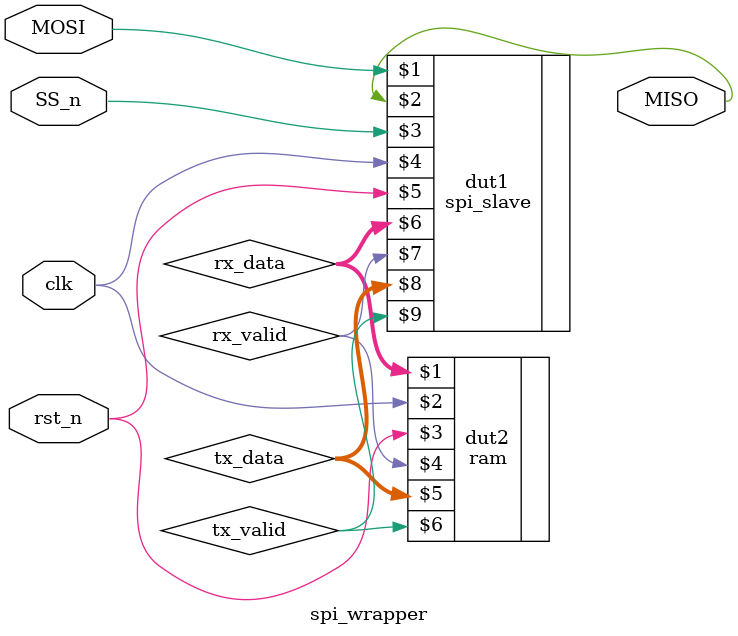
<source format=v>
module spi_wrapper (MOSI , MISO , SS_n , clk , rst_n);

input MOSI , SS_n , clk , rst_n ;
output MISO ;

wire[10:0] rx_data ;
wire rx_valid , tx_valid ;
wire [7:0] tx_data ;

spi_slave dut1 (MOSI , MISO , SS_n , clk , rst_n , rx_data , rx_valid , tx_data , tx_valid );

ram dut2(rx_data ,clk , rst_n , rx_valid , tx_data ,tx_valid);
endmodule

</source>
